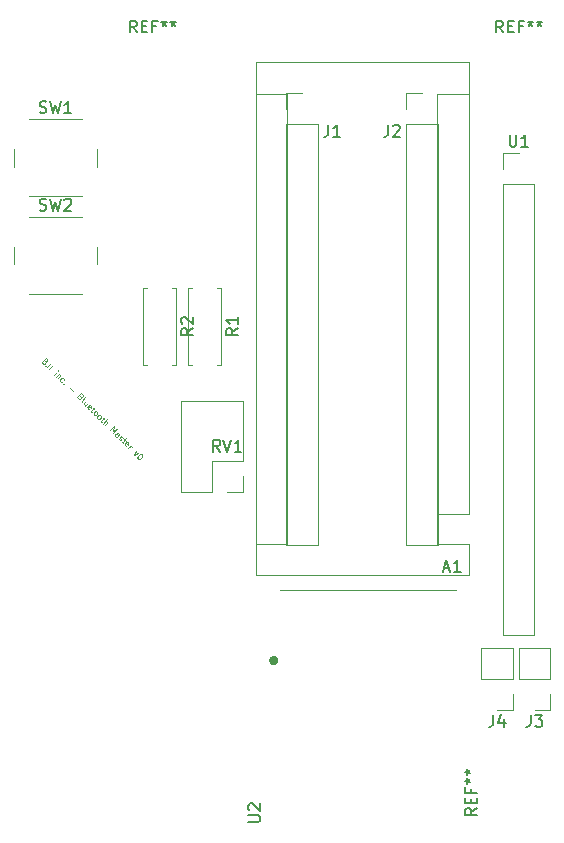
<source format=gbr>
%TF.GenerationSoftware,KiCad,Pcbnew,(5.1.6)-1*%
%TF.CreationDate,2022-01-11T18:37:24-04:00*%
%TF.ProjectId,LCD_adapter,4c43445f-6164-4617-9074-65722e6b6963,rev?*%
%TF.SameCoordinates,Original*%
%TF.FileFunction,Legend,Top*%
%TF.FilePolarity,Positive*%
%FSLAX46Y46*%
G04 Gerber Fmt 4.6, Leading zero omitted, Abs format (unit mm)*
G04 Created by KiCad (PCBNEW (5.1.6)-1) date 2022-01-11 18:37:24*
%MOMM*%
%LPD*%
G01*
G04 APERTURE LIST*
%ADD10C,0.125000*%
%ADD11C,0.120000*%
%ADD12C,0.400000*%
%ADD13C,0.150000*%
G04 APERTURE END LIST*
D10*
X131916733Y-86146225D02*
X131950405Y-86213569D01*
X131950405Y-86247240D01*
X131933569Y-86297748D01*
X131883061Y-86348256D01*
X131832553Y-86365092D01*
X131798882Y-86365092D01*
X131748374Y-86348256D01*
X131613687Y-86213569D01*
X131967240Y-85860015D01*
X132085092Y-85977866D01*
X132101927Y-86028374D01*
X132101927Y-86062046D01*
X132085092Y-86112553D01*
X132051420Y-86146225D01*
X132000912Y-86163061D01*
X131967240Y-86163061D01*
X131916733Y-86146225D01*
X131798882Y-86028374D01*
X132421809Y-86314584D02*
X132169271Y-86567122D01*
X132101927Y-86600794D01*
X132034584Y-86600794D01*
X131967240Y-86567122D01*
X131933569Y-86533450D01*
X132236614Y-86836496D02*
X132590168Y-86482943D01*
X132674347Y-87274229D02*
X132910049Y-87038527D01*
X133027901Y-86920675D02*
X132994229Y-86920675D01*
X132994229Y-86954347D01*
X133027901Y-86954347D01*
X133027901Y-86920675D01*
X132994229Y-86954347D01*
X133078408Y-87206885D02*
X132842706Y-87442588D01*
X133044736Y-87240557D02*
X133078408Y-87240557D01*
X133128916Y-87257393D01*
X133179424Y-87307901D01*
X133196259Y-87358408D01*
X133179424Y-87408916D01*
X132994229Y-87594111D01*
X133330946Y-87897156D02*
X133280439Y-87880320D01*
X133213095Y-87812977D01*
X133196259Y-87762469D01*
X133196259Y-87728798D01*
X133213095Y-87678290D01*
X133314111Y-87577275D01*
X133364618Y-87560439D01*
X133398290Y-87560439D01*
X133448798Y-87577275D01*
X133516141Y-87644618D01*
X133532977Y-87695126D01*
X133499305Y-88031843D02*
X133499305Y-88065515D01*
X133465633Y-88065515D01*
X133465633Y-88031843D01*
X133499305Y-88031843D01*
X133465633Y-88065515D01*
X134038053Y-88368561D02*
X134307427Y-88637935D01*
X134913519Y-89143011D02*
X134947190Y-89210355D01*
X134947190Y-89244026D01*
X134930355Y-89294534D01*
X134879847Y-89345042D01*
X134829339Y-89361877D01*
X134795668Y-89361877D01*
X134745160Y-89345042D01*
X134610473Y-89210355D01*
X134964026Y-88856801D01*
X135081877Y-88974652D01*
X135098713Y-89025160D01*
X135098713Y-89058832D01*
X135081877Y-89109339D01*
X135048206Y-89143011D01*
X134997698Y-89159847D01*
X134964026Y-89159847D01*
X134913519Y-89143011D01*
X134795668Y-89025160D01*
X135014534Y-89614416D02*
X134997698Y-89563908D01*
X135014534Y-89513400D01*
X135317580Y-89210355D01*
X135536446Y-89664923D02*
X135300744Y-89900625D01*
X135384923Y-89513400D02*
X135199729Y-89698595D01*
X135182893Y-89749103D01*
X135199729Y-89799610D01*
X135250236Y-89850118D01*
X135300744Y-89866954D01*
X135334416Y-89866954D01*
X135620625Y-90186835D02*
X135570118Y-90170000D01*
X135502774Y-90102656D01*
X135485938Y-90052148D01*
X135502774Y-90001641D01*
X135637461Y-89866954D01*
X135687969Y-89850118D01*
X135738477Y-89866954D01*
X135805820Y-89934297D01*
X135822656Y-89984805D01*
X135805820Y-90035312D01*
X135772148Y-90068984D01*
X135570118Y-89934297D01*
X135957343Y-90085820D02*
X136092030Y-90220507D01*
X136125702Y-90018477D02*
X135822656Y-90321522D01*
X135805820Y-90372030D01*
X135822656Y-90422538D01*
X135856328Y-90456209D01*
X136024687Y-90624568D02*
X136007851Y-90574061D01*
X136007851Y-90540389D01*
X136024687Y-90489881D01*
X136125702Y-90388866D01*
X136176209Y-90372030D01*
X136209881Y-90372030D01*
X136260389Y-90388866D01*
X136310896Y-90439374D01*
X136327732Y-90489881D01*
X136327732Y-90523553D01*
X136310896Y-90574061D01*
X136209881Y-90675076D01*
X136159374Y-90691912D01*
X136125702Y-90691912D01*
X136075194Y-90675076D01*
X136024687Y-90624568D01*
X136344568Y-90944450D02*
X136327732Y-90893942D01*
X136327732Y-90860270D01*
X136344568Y-90809763D01*
X136445583Y-90708748D01*
X136496091Y-90691912D01*
X136529763Y-90691912D01*
X136580270Y-90708748D01*
X136630778Y-90759255D01*
X136647614Y-90809763D01*
X136647614Y-90843435D01*
X136630778Y-90893942D01*
X136529763Y-90994957D01*
X136479255Y-91011793D01*
X136445583Y-91011793D01*
X136395076Y-90994957D01*
X136344568Y-90944450D01*
X136799137Y-90927614D02*
X136933824Y-91062301D01*
X136967496Y-90860270D02*
X136664450Y-91163316D01*
X136647614Y-91213824D01*
X136664450Y-91264331D01*
X136698122Y-91298003D01*
X136815973Y-91415854D02*
X137169526Y-91062301D01*
X136967496Y-91567377D02*
X137152690Y-91382183D01*
X137169526Y-91331675D01*
X137152690Y-91281167D01*
X137102183Y-91230660D01*
X137051675Y-91213824D01*
X137018003Y-91213824D01*
X137405228Y-92005110D02*
X137758782Y-91651557D01*
X137624095Y-92021946D01*
X137994484Y-91887259D01*
X137640931Y-92240812D01*
X137960812Y-92560694D02*
X138146007Y-92375499D01*
X138162843Y-92324992D01*
X138146007Y-92274484D01*
X138078663Y-92207140D01*
X138028156Y-92190305D01*
X137977648Y-92543858D02*
X137927140Y-92527022D01*
X137842961Y-92442843D01*
X137826125Y-92392335D01*
X137842961Y-92341827D01*
X137876633Y-92308156D01*
X137927140Y-92291320D01*
X137977648Y-92308156D01*
X138061827Y-92392335D01*
X138112335Y-92409171D01*
X138129171Y-92695381D02*
X138146007Y-92745888D01*
X138213350Y-92813232D01*
X138263858Y-92830068D01*
X138314366Y-92813232D01*
X138331201Y-92796396D01*
X138348037Y-92745888D01*
X138331201Y-92695381D01*
X138280694Y-92644873D01*
X138263858Y-92594366D01*
X138280694Y-92543858D01*
X138297530Y-92527022D01*
X138348037Y-92510186D01*
X138398545Y-92527022D01*
X138449053Y-92577530D01*
X138465888Y-92628037D01*
X138600575Y-92729053D02*
X138735263Y-92863740D01*
X138768934Y-92661709D02*
X138465888Y-92964755D01*
X138449053Y-93015263D01*
X138465888Y-93065770D01*
X138499560Y-93099442D01*
X138768934Y-93335144D02*
X138718427Y-93318308D01*
X138651083Y-93250965D01*
X138634247Y-93200457D01*
X138651083Y-93149950D01*
X138785770Y-93015263D01*
X138836278Y-92998427D01*
X138886785Y-93015263D01*
X138954129Y-93082606D01*
X138970965Y-93133114D01*
X138954129Y-93183621D01*
X138920457Y-93217293D01*
X138718427Y-93082606D01*
X138920457Y-93520339D02*
X139156159Y-93284637D01*
X139088816Y-93351980D02*
X139139324Y-93335144D01*
X139172995Y-93335144D01*
X139223503Y-93351980D01*
X139257175Y-93385652D01*
X139610728Y-93739205D02*
X139459205Y-94059087D01*
X139779087Y-93907564D01*
X140098968Y-93991743D02*
X140132640Y-94025415D01*
X140149476Y-94075923D01*
X140149476Y-94109594D01*
X140132640Y-94160102D01*
X140082133Y-94244281D01*
X139997953Y-94328461D01*
X139913774Y-94378968D01*
X139863266Y-94395804D01*
X139829594Y-94395804D01*
X139779087Y-94378968D01*
X139745415Y-94345297D01*
X139728579Y-94294789D01*
X139728579Y-94261117D01*
X139745415Y-94210610D01*
X139795923Y-94126430D01*
X139880102Y-94042251D01*
X139964281Y-93991743D01*
X140014789Y-93974907D01*
X140048461Y-93974907D01*
X140098968Y-93991743D01*
D11*
%TO.C,U2*%
X151765000Y-105495000D02*
X166705000Y-105495000D01*
D12*
X151465000Y-111495000D02*
G75*
G03*
X151465000Y-111495000I-200000J0D01*
G01*
D11*
%TO.C,J4*%
X171510000Y-115630000D02*
X170180000Y-115630000D01*
X171510000Y-114300000D02*
X171510000Y-115630000D01*
X171510000Y-113030000D02*
X168850000Y-113030000D01*
X168850000Y-113030000D02*
X168850000Y-110430000D01*
X171510000Y-113030000D02*
X171510000Y-110430000D01*
X171510000Y-110430000D02*
X168850000Y-110430000D01*
%TO.C,J3*%
X174685000Y-115630000D02*
X173355000Y-115630000D01*
X174685000Y-114300000D02*
X174685000Y-115630000D01*
X174685000Y-113030000D02*
X172025000Y-113030000D01*
X172025000Y-113030000D02*
X172025000Y-110430000D01*
X174685000Y-113030000D02*
X174685000Y-110430000D01*
X174685000Y-110430000D02*
X172025000Y-110430000D01*
%TO.C,SW2*%
X130540000Y-80430000D02*
X135040000Y-80430000D01*
X129290000Y-76430000D02*
X129290000Y-77930000D01*
X135040000Y-73930000D02*
X130540000Y-73930000D01*
X136290000Y-77930000D02*
X136290000Y-76430000D01*
%TO.C,SW1*%
X130540000Y-72175000D02*
X135040000Y-72175000D01*
X129290000Y-68175000D02*
X129290000Y-69675000D01*
X135040000Y-65675000D02*
X130540000Y-65675000D01*
X136290000Y-69675000D02*
X136290000Y-68175000D01*
%TO.C,R2*%
X140235000Y-86455000D02*
X140565000Y-86455000D01*
X140235000Y-79915000D02*
X140235000Y-86455000D01*
X140565000Y-79915000D02*
X140235000Y-79915000D01*
X142975000Y-86455000D02*
X142645000Y-86455000D01*
X142975000Y-79915000D02*
X142975000Y-86455000D01*
X142645000Y-79915000D02*
X142975000Y-79915000D01*
%TO.C,R1*%
X144045000Y-86455000D02*
X144375000Y-86455000D01*
X144045000Y-79915000D02*
X144045000Y-86455000D01*
X144375000Y-79915000D02*
X144045000Y-79915000D01*
X146785000Y-86455000D02*
X146455000Y-86455000D01*
X146785000Y-79915000D02*
X146785000Y-86455000D01*
X146455000Y-79915000D02*
X146785000Y-79915000D01*
%TO.C,J2*%
X162500000Y-101660000D02*
X165160000Y-101660000D01*
X162500000Y-66040000D02*
X162500000Y-101660000D01*
X165160000Y-66040000D02*
X165160000Y-101660000D01*
X162500000Y-66040000D02*
X165160000Y-66040000D01*
X162500000Y-64770000D02*
X162500000Y-63440000D01*
X162500000Y-63440000D02*
X163830000Y-63440000D01*
%TO.C,J1*%
X152340000Y-101660000D02*
X155000000Y-101660000D01*
X152340000Y-66040000D02*
X152340000Y-101660000D01*
X155000000Y-66040000D02*
X155000000Y-101660000D01*
X152340000Y-66040000D02*
X155000000Y-66040000D01*
X152340000Y-64770000D02*
X152340000Y-63440000D01*
X152340000Y-63440000D02*
X153670000Y-63440000D01*
%TO.C,A1*%
X149730000Y-104270000D02*
X167770000Y-104270000D01*
X149730000Y-60830000D02*
X149730000Y-104270000D01*
X167770000Y-60830000D02*
X149730000Y-60830000D01*
X165100000Y-63500000D02*
X167770000Y-63500000D01*
X165100000Y-99060000D02*
X165100000Y-63500000D01*
X165100000Y-99060000D02*
X167770000Y-99060000D01*
X152400000Y-63500000D02*
X149730000Y-63500000D01*
X152400000Y-101600000D02*
X152400000Y-63500000D01*
X152400000Y-101600000D02*
X149730000Y-101600000D01*
X167770000Y-104270000D02*
X167770000Y-101600000D01*
X167770000Y-99060000D02*
X167770000Y-60830000D01*
X165100000Y-101600000D02*
X167770000Y-101600000D01*
X165100000Y-99060000D02*
X165100000Y-101600000D01*
%TO.C,RV1*%
X148650000Y-97215000D02*
X147320000Y-97215000D01*
X148650000Y-95885000D02*
X148650000Y-97215000D01*
X146050000Y-97215000D02*
X143450000Y-97215000D01*
X146050000Y-94615000D02*
X146050000Y-97215000D01*
X148650000Y-94615000D02*
X146050000Y-94615000D01*
X143450000Y-97215000D02*
X143450000Y-89475000D01*
X148650000Y-94615000D02*
X148650000Y-89475000D01*
X148650000Y-89475000D02*
X143450000Y-89475000D01*
%TO.C,U1*%
X170670000Y-68520000D02*
X172000000Y-68520000D01*
X170670000Y-69850000D02*
X170670000Y-68520000D01*
X170670000Y-71120000D02*
X173330000Y-71120000D01*
X173330000Y-71120000D02*
X173330000Y-109280000D01*
X170670000Y-71120000D02*
X170670000Y-109280000D01*
X170670000Y-109280000D02*
X173330000Y-109280000D01*
%TO.C,U2*%
D13*
X149117380Y-125156904D02*
X149926904Y-125156904D01*
X150022142Y-125109285D01*
X150069761Y-125061666D01*
X150117380Y-124966428D01*
X150117380Y-124775952D01*
X150069761Y-124680714D01*
X150022142Y-124633095D01*
X149926904Y-124585476D01*
X149117380Y-124585476D01*
X149212619Y-124156904D02*
X149165000Y-124109285D01*
X149117380Y-124014047D01*
X149117380Y-123775952D01*
X149165000Y-123680714D01*
X149212619Y-123633095D01*
X149307857Y-123585476D01*
X149403095Y-123585476D01*
X149545952Y-123633095D01*
X150117380Y-124204523D01*
X150117380Y-123585476D01*
%TO.C,J4*%
X169846666Y-116082380D02*
X169846666Y-116796666D01*
X169799047Y-116939523D01*
X169703809Y-117034761D01*
X169560952Y-117082380D01*
X169465714Y-117082380D01*
X170751428Y-116415714D02*
X170751428Y-117082380D01*
X170513333Y-116034761D02*
X170275238Y-116749047D01*
X170894285Y-116749047D01*
%TO.C,J3*%
X173021666Y-116082380D02*
X173021666Y-116796666D01*
X172974047Y-116939523D01*
X172878809Y-117034761D01*
X172735952Y-117082380D01*
X172640714Y-117082380D01*
X173402619Y-116082380D02*
X174021666Y-116082380D01*
X173688333Y-116463333D01*
X173831190Y-116463333D01*
X173926428Y-116510952D01*
X173974047Y-116558571D01*
X174021666Y-116653809D01*
X174021666Y-116891904D01*
X173974047Y-116987142D01*
X173926428Y-117034761D01*
X173831190Y-117082380D01*
X173545476Y-117082380D01*
X173450238Y-117034761D01*
X173402619Y-116987142D01*
%TO.C,SW2*%
X131456666Y-73334761D02*
X131599523Y-73382380D01*
X131837619Y-73382380D01*
X131932857Y-73334761D01*
X131980476Y-73287142D01*
X132028095Y-73191904D01*
X132028095Y-73096666D01*
X131980476Y-73001428D01*
X131932857Y-72953809D01*
X131837619Y-72906190D01*
X131647142Y-72858571D01*
X131551904Y-72810952D01*
X131504285Y-72763333D01*
X131456666Y-72668095D01*
X131456666Y-72572857D01*
X131504285Y-72477619D01*
X131551904Y-72430000D01*
X131647142Y-72382380D01*
X131885238Y-72382380D01*
X132028095Y-72430000D01*
X132361428Y-72382380D02*
X132599523Y-73382380D01*
X132790000Y-72668095D01*
X132980476Y-73382380D01*
X133218571Y-72382380D01*
X133551904Y-72477619D02*
X133599523Y-72430000D01*
X133694761Y-72382380D01*
X133932857Y-72382380D01*
X134028095Y-72430000D01*
X134075714Y-72477619D01*
X134123333Y-72572857D01*
X134123333Y-72668095D01*
X134075714Y-72810952D01*
X133504285Y-73382380D01*
X134123333Y-73382380D01*
%TO.C,SW1*%
X131456666Y-65079761D02*
X131599523Y-65127380D01*
X131837619Y-65127380D01*
X131932857Y-65079761D01*
X131980476Y-65032142D01*
X132028095Y-64936904D01*
X132028095Y-64841666D01*
X131980476Y-64746428D01*
X131932857Y-64698809D01*
X131837619Y-64651190D01*
X131647142Y-64603571D01*
X131551904Y-64555952D01*
X131504285Y-64508333D01*
X131456666Y-64413095D01*
X131456666Y-64317857D01*
X131504285Y-64222619D01*
X131551904Y-64175000D01*
X131647142Y-64127380D01*
X131885238Y-64127380D01*
X132028095Y-64175000D01*
X132361428Y-64127380D02*
X132599523Y-65127380D01*
X132790000Y-64413095D01*
X132980476Y-65127380D01*
X133218571Y-64127380D01*
X134123333Y-65127380D02*
X133551904Y-65127380D01*
X133837619Y-65127380D02*
X133837619Y-64127380D01*
X133742380Y-64270238D01*
X133647142Y-64365476D01*
X133551904Y-64413095D01*
%TO.C,R2*%
X144427380Y-83351666D02*
X143951190Y-83685000D01*
X144427380Y-83923095D02*
X143427380Y-83923095D01*
X143427380Y-83542142D01*
X143475000Y-83446904D01*
X143522619Y-83399285D01*
X143617857Y-83351666D01*
X143760714Y-83351666D01*
X143855952Y-83399285D01*
X143903571Y-83446904D01*
X143951190Y-83542142D01*
X143951190Y-83923095D01*
X143522619Y-82970714D02*
X143475000Y-82923095D01*
X143427380Y-82827857D01*
X143427380Y-82589761D01*
X143475000Y-82494523D01*
X143522619Y-82446904D01*
X143617857Y-82399285D01*
X143713095Y-82399285D01*
X143855952Y-82446904D01*
X144427380Y-83018333D01*
X144427380Y-82399285D01*
%TO.C,R1*%
X148237380Y-83351666D02*
X147761190Y-83685000D01*
X148237380Y-83923095D02*
X147237380Y-83923095D01*
X147237380Y-83542142D01*
X147285000Y-83446904D01*
X147332619Y-83399285D01*
X147427857Y-83351666D01*
X147570714Y-83351666D01*
X147665952Y-83399285D01*
X147713571Y-83446904D01*
X147761190Y-83542142D01*
X147761190Y-83923095D01*
X148237380Y-82399285D02*
X148237380Y-82970714D01*
X148237380Y-82685000D02*
X147237380Y-82685000D01*
X147380238Y-82780238D01*
X147475476Y-82875476D01*
X147523095Y-82970714D01*
%TO.C,REF\u002A\u002A*%
X139666666Y-58302380D02*
X139333333Y-57826190D01*
X139095238Y-58302380D02*
X139095238Y-57302380D01*
X139476190Y-57302380D01*
X139571428Y-57350000D01*
X139619047Y-57397619D01*
X139666666Y-57492857D01*
X139666666Y-57635714D01*
X139619047Y-57730952D01*
X139571428Y-57778571D01*
X139476190Y-57826190D01*
X139095238Y-57826190D01*
X140095238Y-57778571D02*
X140428571Y-57778571D01*
X140571428Y-58302380D02*
X140095238Y-58302380D01*
X140095238Y-57302380D01*
X140571428Y-57302380D01*
X141333333Y-57778571D02*
X141000000Y-57778571D01*
X141000000Y-58302380D02*
X141000000Y-57302380D01*
X141476190Y-57302380D01*
X142000000Y-57302380D02*
X142000000Y-57540476D01*
X141761904Y-57445238D02*
X142000000Y-57540476D01*
X142238095Y-57445238D01*
X141857142Y-57730952D02*
X142000000Y-57540476D01*
X142142857Y-57730952D01*
X142761904Y-57302380D02*
X142761904Y-57540476D01*
X142523809Y-57445238D02*
X142761904Y-57540476D01*
X143000000Y-57445238D01*
X142619047Y-57730952D02*
X142761904Y-57540476D01*
X142904761Y-57730952D01*
X170666666Y-58302380D02*
X170333333Y-57826190D01*
X170095238Y-58302380D02*
X170095238Y-57302380D01*
X170476190Y-57302380D01*
X170571428Y-57350000D01*
X170619047Y-57397619D01*
X170666666Y-57492857D01*
X170666666Y-57635714D01*
X170619047Y-57730952D01*
X170571428Y-57778571D01*
X170476190Y-57826190D01*
X170095238Y-57826190D01*
X171095238Y-57778571D02*
X171428571Y-57778571D01*
X171571428Y-58302380D02*
X171095238Y-58302380D01*
X171095238Y-57302380D01*
X171571428Y-57302380D01*
X172333333Y-57778571D02*
X172000000Y-57778571D01*
X172000000Y-58302380D02*
X172000000Y-57302380D01*
X172476190Y-57302380D01*
X173000000Y-57302380D02*
X173000000Y-57540476D01*
X172761904Y-57445238D02*
X173000000Y-57540476D01*
X173238095Y-57445238D01*
X172857142Y-57730952D02*
X173000000Y-57540476D01*
X173142857Y-57730952D01*
X173761904Y-57302380D02*
X173761904Y-57540476D01*
X173523809Y-57445238D02*
X173761904Y-57540476D01*
X174000000Y-57445238D01*
X173619047Y-57730952D02*
X173761904Y-57540476D01*
X173904761Y-57730952D01*
X168452380Y-123998333D02*
X167976190Y-124331666D01*
X168452380Y-124569761D02*
X167452380Y-124569761D01*
X167452380Y-124188809D01*
X167500000Y-124093571D01*
X167547619Y-124045952D01*
X167642857Y-123998333D01*
X167785714Y-123998333D01*
X167880952Y-124045952D01*
X167928571Y-124093571D01*
X167976190Y-124188809D01*
X167976190Y-124569761D01*
X167928571Y-123569761D02*
X167928571Y-123236428D01*
X168452380Y-123093571D02*
X168452380Y-123569761D01*
X167452380Y-123569761D01*
X167452380Y-123093571D01*
X167928571Y-122331666D02*
X167928571Y-122665000D01*
X168452380Y-122665000D02*
X167452380Y-122665000D01*
X167452380Y-122188809D01*
X167452380Y-121665000D02*
X167690476Y-121665000D01*
X167595238Y-121903095D02*
X167690476Y-121665000D01*
X167595238Y-121426904D01*
X167880952Y-121807857D02*
X167690476Y-121665000D01*
X167880952Y-121522142D01*
X167452380Y-120903095D02*
X167690476Y-120903095D01*
X167595238Y-121141190D02*
X167690476Y-120903095D01*
X167595238Y-120665000D01*
X167880952Y-121045952D02*
X167690476Y-120903095D01*
X167880952Y-120760238D01*
%TO.C,J2*%
X160956666Y-66127380D02*
X160956666Y-66841666D01*
X160909047Y-66984523D01*
X160813809Y-67079761D01*
X160670952Y-67127380D01*
X160575714Y-67127380D01*
X161385238Y-66222619D02*
X161432857Y-66175000D01*
X161528095Y-66127380D01*
X161766190Y-66127380D01*
X161861428Y-66175000D01*
X161909047Y-66222619D01*
X161956666Y-66317857D01*
X161956666Y-66413095D01*
X161909047Y-66555952D01*
X161337619Y-67127380D01*
X161956666Y-67127380D01*
%TO.C,J1*%
X155876666Y-66127380D02*
X155876666Y-66841666D01*
X155829047Y-66984523D01*
X155733809Y-67079761D01*
X155590952Y-67127380D01*
X155495714Y-67127380D01*
X156876666Y-67127380D02*
X156305238Y-67127380D01*
X156590952Y-67127380D02*
X156590952Y-66127380D01*
X156495714Y-66270238D01*
X156400476Y-66365476D01*
X156305238Y-66413095D01*
%TO.C,A1*%
X165655714Y-103671666D02*
X166131904Y-103671666D01*
X165560476Y-103957380D02*
X165893809Y-102957380D01*
X166227142Y-103957380D01*
X167084285Y-103957380D02*
X166512857Y-103957380D01*
X166798571Y-103957380D02*
X166798571Y-102957380D01*
X166703333Y-103100238D01*
X166608095Y-103195476D01*
X166512857Y-103243095D01*
%TO.C,RV1*%
X146724761Y-93797380D02*
X146391428Y-93321190D01*
X146153333Y-93797380D02*
X146153333Y-92797380D01*
X146534285Y-92797380D01*
X146629523Y-92845000D01*
X146677142Y-92892619D01*
X146724761Y-92987857D01*
X146724761Y-93130714D01*
X146677142Y-93225952D01*
X146629523Y-93273571D01*
X146534285Y-93321190D01*
X146153333Y-93321190D01*
X147010476Y-92797380D02*
X147343809Y-93797380D01*
X147677142Y-92797380D01*
X148534285Y-93797380D02*
X147962857Y-93797380D01*
X148248571Y-93797380D02*
X148248571Y-92797380D01*
X148153333Y-92940238D01*
X148058095Y-93035476D01*
X147962857Y-93083095D01*
%TO.C,U1*%
X171238095Y-66972380D02*
X171238095Y-67781904D01*
X171285714Y-67877142D01*
X171333333Y-67924761D01*
X171428571Y-67972380D01*
X171619047Y-67972380D01*
X171714285Y-67924761D01*
X171761904Y-67877142D01*
X171809523Y-67781904D01*
X171809523Y-66972380D01*
X172809523Y-67972380D02*
X172238095Y-67972380D01*
X172523809Y-67972380D02*
X172523809Y-66972380D01*
X172428571Y-67115238D01*
X172333333Y-67210476D01*
X172238095Y-67258095D01*
%TD*%
M02*

</source>
